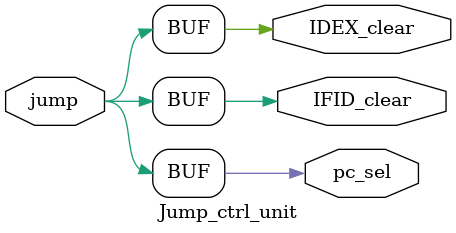
<source format=v>
module Jump_ctrl_unit (
    input  jump,
    output pc_sel,
    output IFID_clear,
    output IDEX_clear
);
    assign pc_sel = jump;
    assign IFID_clear = jump;
    assign IDEX_clear = jump;
endmodule

</source>
